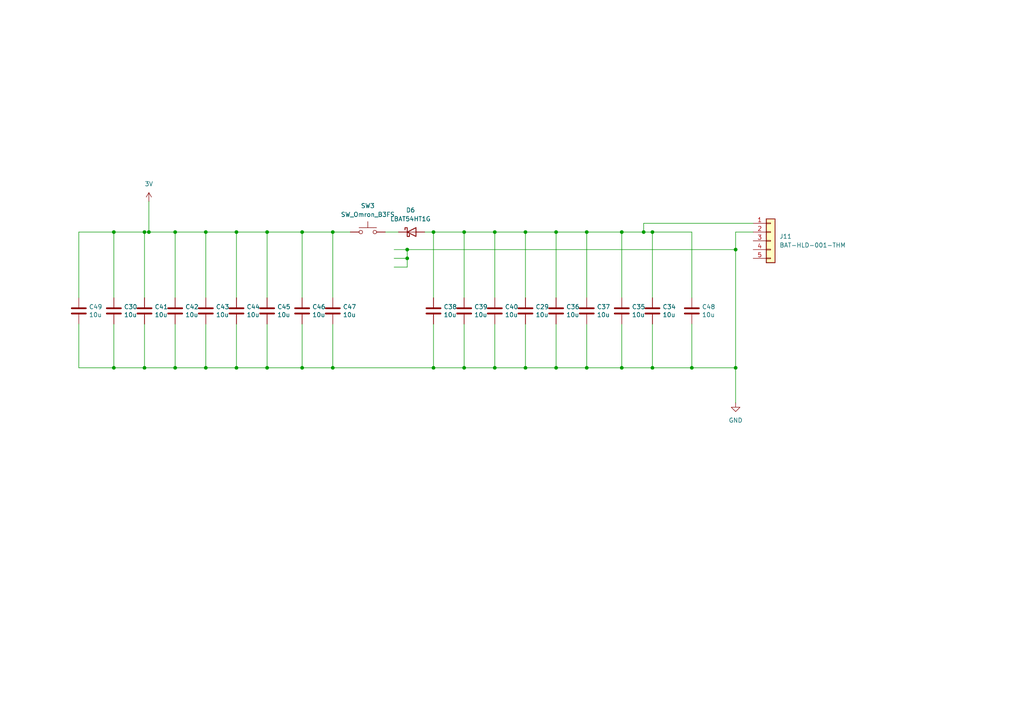
<source format=kicad_sch>
(kicad_sch (version 20231120) (generator "eeschema") (generator_version "8.0")
  (paper "A4")
  (lib_symbols
    (symbol "Connector_Generic:Conn_01x05" (pin_names (offset 1.016) hide)
      (property "Reference" "J" (at 0 7.62 0))
      (property "Value" "Conn_01x05" (at 0 -7.62 0))
      (symbol "Conn_01x05_1_1"
        (rectangle (start -1.27 -4.953) (end 0 -5.207) (stroke (width 0.1524)))
        (rectangle (start -1.27 -2.413) (end 0 -2.667) (stroke (width 0.1524)))
        (rectangle (start -1.27 0.127) (end 0 -0.127) (stroke (width 0.1524)))
        (rectangle (start -1.27 2.667) (end 0 2.413) (stroke (width 0.1524)))
        (rectangle (start -1.27 5.207) (end 0 4.953) (stroke (width 0.1524)))
        (rectangle (start -1.27 6.35) (end 1.27 -6.35) (stroke (width 0.254)) (fill (type background)))
        (pin passive line (at -5.08 5.08 0) (length 3.81) (name "Pin_1") (number "1"))
        (pin passive line (at -5.08 2.54 0) (length 3.81) (name "Pin_2") (number "2"))
        (pin passive line (at -5.08 0 0) (length 3.81) (name "Pin_3") (number "3"))
        (pin passive line (at -5.08 -2.54 0) (length 3.81) (name "Pin_4") (number "4"))
        (pin passive line (at -5.08 -5.08 0) (length 3.81) (name "Pin_5") (number "5"))
      )
    )
    (symbol "Device:C" (pin_numbers hide) (pin_names (offset 0.254))
      (property "Reference" "C" (at 0.635 2.54 0))
      (property "Value" "C" (at 0.635 -2.54 0))
      (symbol "C_0_1"
        (polyline (pts (xy -2.032 -0.762) (xy 2.032 -0.762)) (stroke (width 0.508)))
        (polyline (pts (xy -2.032 0.762) (xy 2.032 0.762)) (stroke (width 0.508)))
      )
      (symbol "C_1_1"
        (pin passive line (at 0 3.81 270) (length 2.794) (name "~") (number "1"))
        (pin passive line (at 0 -3.81 90) (length 2.794) (name "~") (number "2"))
      )
    )
    (symbol "Device:D_Schottky" (pin_numbers hide) (pin_names (offset 1.016) hide)
      (property "Reference" "D" (at 0 2.54 0))
      (property "Value" "D_Schottky" (at 0 -2.54 0))
      (symbol "D_Schottky_0_1"
        (polyline (pts (xy 1.27 0) (xy -1.27 0)))
        (polyline (pts (xy 1.27 1.27) (xy 1.27 -1.27) (xy -1.27 0) (xy 1.27 1.27)) (stroke (width 0.254)))
        (polyline (pts (xy -1.905 0.635) (xy -1.905 1.27) (xy -1.27 1.27) (xy -1.27 -1.27) (xy -0.635 -1.27) (xy -0.635 -0.635)) (stroke (width 0.254)))
      )
      (symbol "D_Schottky_1_1"
        (pin passive line (at -3.81 0 0) (length 2.54) (name "K") (number "1"))
        (pin passive line (at 3.81 0 180) (length 2.54) (name "A") (number "2"))
      )
    )
    (symbol "Switch:SW_Omron_B3FS" (pin_numbers hide) (pin_names (offset 1.016) hide)
      (property "Reference" "SW" (at 1.27 2.54 0))
      (property "Value" "SW_Omron_B3FS" (at 0 -1.524 0))
      (symbol "SW_Omron_B3FS_0_1"
        (circle (center -2.032 0) (radius 0.508))
        (polyline (pts (xy 0 1.27) (xy 0 3.048)))
        (polyline (pts (xy 2.54 1.27) (xy -2.54 1.27)))
        (circle (center 2.032 0) (radius 0.508))
        (pin passive line (at -5.08 0 0) (length 2.54) (name "1") (number "1"))
        (pin passive line (at 5.08 0 180) (length 2.54) (name "2") (number "2"))
      )
    )
    (symbol "power:+3V0" (power) (pin_numbers hide) (pin_names (offset 0) hide)
      (property "Value" "+3V0" (at 0 3.556 0))
      (symbol "+3V0_0_1"
        (polyline (pts (xy -0.762 1.27) (xy 0 2.54)))
        (polyline (pts (xy 0 0) (xy 0 2.54)))
        (polyline (pts (xy 0 2.54) (xy 0.762 1.27)))
      )
      (symbol "+3V0_1_1"
        (pin power_in line (at 0 0 90) (length 0) (name "~") (number "1"))
      )
    )
    (symbol "power:GND" (power) (pin_numbers hide) (pin_names (offset 0) hide)
      (property "Value" "GND" (at 0 -3.81 0))
      (symbol "GND_0_1"
        (polyline (pts (xy 0 0) (xy 0 -1.27) (xy 1.27 -1.27) (xy 0 -2.54) (xy -1.27 -1.27) (xy 0 -1.27)))
      )
      (symbol "GND_1_1"
        (pin power_in line (at 0 0 270) (length 0) (name "~") (number "1"))
      )
    )
  )
  (junction (at 189.23 106.68))
  (junction (at 87.63 106.68))
  (junction (at 43.18 67.31))
  (junction (at 186.69 67.31))
  (junction (at 161.29 106.68))
  (junction (at 68.58 67.31))
  (junction (at 180.34 106.68))
  (junction (at 134.62 67.31))
  (junction (at 118.11 74.93))
  (junction (at 189.23 67.31))
  (junction (at 96.52 67.31))
  (junction (at 213.36 72.39))
  (junction (at 41.91 67.31))
  (junction (at 41.91 106.68))
  (junction (at 143.51 106.68))
  (junction (at 152.4 106.68))
  (junction (at 59.69 67.31))
  (junction (at 33.02 106.68))
  (junction (at 200.66 106.68))
  (junction (at 125.73 67.31))
  (junction (at 96.52 106.68))
  (junction (at 33.02 67.31))
  (junction (at 170.18 106.68))
  (junction (at 77.47 106.68))
  (junction (at 118.11 72.39))
  (junction (at 161.29 67.31))
  (junction (at 170.18 67.31))
  (junction (at 87.63 67.31))
  (junction (at 68.58 106.68))
  (junction (at 180.34 67.31))
  (junction (at 77.47 67.31))
  (junction (at 143.51 67.31))
  (junction (at 50.8 67.31))
  (junction (at 50.8 106.68))
  (junction (at 59.69 106.68))
  (junction (at 134.62 106.68))
  (junction (at 152.4 67.31))
  (junction (at 125.73 106.68))
  (junction (at 213.36 106.68))
  (wire (pts (xy 33.02 106.68) (xy 41.91 106.68)))
  (wire (pts (xy 161.29 93.98) (xy 161.29 106.68)))
  (wire (pts (xy 41.91 67.31) (xy 43.18 67.31)))
  (wire (pts (xy 161.29 106.68) (xy 170.18 106.68)))
  (wire (pts (xy 180.34 67.31) (xy 180.34 86.36)))
  (wire (pts (xy 125.73 67.31) (xy 134.62 67.31)))
  (wire (pts (xy 125.73 93.98) (xy 125.73 106.68)))
  (wire (pts (xy 22.86 93.98) (xy 22.86 106.68)))
  (wire (pts (xy 22.86 67.31) (xy 33.02 67.31)))
  (wire (pts (xy 170.18 67.31) (xy 180.34 67.31)))
  (wire (pts (xy 189.23 67.31) (xy 200.66 67.31)))
  (wire (pts (xy 161.29 67.31) (xy 161.29 86.36)))
  (wire (pts (xy 152.4 106.68) (xy 161.29 106.68)))
  (wire (pts (xy 189.23 106.68) (xy 200.66 106.68)))
  (wire (pts (xy 125.73 67.31) (xy 125.73 86.36)))
  (wire (pts (xy 152.4 67.31) (xy 161.29 67.31)))
  (wire (pts (xy 170.18 93.98) (xy 170.18 106.68)))
  (wire (pts (xy 33.02 93.98) (xy 33.02 106.68)))
  (wire (pts (xy 59.69 67.31) (xy 68.58 67.31)))
  (wire (pts (xy 180.34 106.68) (xy 189.23 106.68)))
  (wire (pts (xy 134.62 106.68) (xy 143.51 106.68)))
  (wire (pts (xy 77.47 67.31) (xy 77.47 86.36)))
  (wire (pts (xy 123.19 67.31) (xy 125.73 67.31)))
  (wire (pts (xy 68.58 106.68) (xy 77.47 106.68)))
  (wire (pts (xy 186.69 64.77) (xy 218.44 64.77)))
  (wire (pts (xy 180.34 67.31) (xy 186.69 67.31)))
  (wire (pts (xy 96.52 106.68) (xy 125.73 106.68)))
  (wire (pts (xy 143.51 93.98) (xy 143.51 106.68)))
  (wire (pts (xy 96.52 86.36) (xy 96.52 67.31)))
  (wire (pts (xy 111.76 67.31) (xy 115.57 67.31)))
  (wire (pts (xy 41.91 93.98) (xy 41.91 106.68)))
  (wire (pts (xy 22.86 86.36) (xy 22.86 67.31)))
  (wire (pts (xy 87.63 67.31) (xy 96.52 67.31)))
  (wire (pts (xy 200.66 106.68) (xy 213.36 106.68)))
  (wire (pts (xy 114.3 74.93) (xy 118.11 74.93)))
  (wire (pts (xy 189.23 67.31) (xy 186.69 67.31)))
  (wire (pts (xy 152.4 93.98) (xy 152.4 106.68)))
  (wire (pts (xy 134.62 93.98) (xy 134.62 106.68)))
  (wire (pts (xy 87.63 93.98) (xy 87.63 106.68)))
  (wire (pts (xy 50.8 67.31) (xy 59.69 67.31)))
  (wire (pts (xy 213.36 106.68) (xy 213.36 116.84)))
  (wire (pts (xy 143.51 106.68) (xy 152.4 106.68)))
  (wire (pts (xy 170.18 67.31) (xy 170.18 86.36)))
  (wire (pts (xy 41.91 86.36) (xy 41.91 67.31)))
  (wire (pts (xy 33.02 67.31) (xy 41.91 67.31)))
  (wire (pts (xy 114.3 72.39) (xy 118.11 72.39)))
  (wire (pts (xy 22.86 106.68) (xy 33.02 106.68)))
  (wire (pts (xy 68.58 67.31) (xy 68.58 86.36)))
  (wire (pts (xy 152.4 67.31) (xy 152.4 86.36)))
  (wire (pts (xy 213.36 67.31) (xy 213.36 72.39)))
  (wire (pts (xy 50.8 93.98) (xy 50.8 106.68)))
  (wire (pts (xy 143.51 67.31) (xy 143.51 86.36)))
  (wire (pts (xy 170.18 106.68) (xy 180.34 106.68)))
  (wire (pts (xy 59.69 93.98) (xy 59.69 106.68)))
  (wire (pts (xy 134.62 86.36) (xy 134.62 67.31)))
  (wire (pts (xy 200.66 93.98) (xy 200.66 106.68)))
  (wire (pts (xy 77.47 106.68) (xy 87.63 106.68)))
  (wire (pts (xy 213.36 72.39) (xy 213.36 106.68)))
  (wire (pts (xy 213.36 67.31) (xy 218.44 67.31)))
  (wire (pts (xy 77.47 67.31) (xy 87.63 67.31)))
  (wire (pts (xy 118.11 74.93) (xy 118.11 72.39)))
  (wire (pts (xy 68.58 67.31) (xy 77.47 67.31)))
  (wire (pts (xy 189.23 86.36) (xy 189.23 67.31)))
  (wire (pts (xy 96.52 67.31) (xy 101.6 67.31)))
  (wire (pts (xy 87.63 67.31) (xy 87.63 86.36)))
  (wire (pts (xy 114.3 77.47) (xy 118.11 77.47)))
  (wire (pts (xy 186.69 64.77) (xy 186.69 67.31)))
  (wire (pts (xy 59.69 106.68) (xy 68.58 106.68)))
  (wire (pts (xy 50.8 106.68) (xy 59.69 106.68)))
  (wire (pts (xy 87.63 106.68) (xy 96.52 106.68)))
  (wire (pts (xy 161.29 67.31) (xy 170.18 67.31)))
  (wire (pts (xy 118.11 77.47) (xy 118.11 74.93)))
  (wire (pts (xy 33.02 67.31) (xy 33.02 86.36)))
  (wire (pts (xy 134.62 67.31) (xy 143.51 67.31)))
  (wire (pts (xy 96.52 93.98) (xy 96.52 106.68)))
  (wire (pts (xy 50.8 67.31) (xy 50.8 86.36)))
  (wire (pts (xy 118.11 72.39) (xy 213.36 72.39)))
  (wire (pts (xy 189.23 93.98) (xy 189.23 106.68)))
  (wire (pts (xy 125.73 106.68) (xy 134.62 106.68)))
  (wire (pts (xy 59.69 67.31) (xy 59.69 86.36)))
  (wire (pts (xy 41.91 106.68) (xy 50.8 106.68)))
  (wire (pts (xy 200.66 86.36) (xy 200.66 67.31)))
  (wire (pts (xy 180.34 93.98) (xy 180.34 106.68)))
  (wire (pts (xy 77.47 93.98) (xy 77.47 106.68)))
  (wire (pts (xy 143.51 67.31) (xy 152.4 67.31)))
  (wire (pts (xy 43.18 67.31) (xy 43.18 58.42)))
  (wire (pts (xy 43.18 67.31) (xy 50.8 67.31)))
  (wire (pts (xy 68.58 93.98) (xy 68.58 106.68)))
  (symbol (lib_id "Device:C") (at 161.29 90.17 0) (unit 1)
    (property "Reference" "C36" (at 164.211 89.0016 0) (effects (justify left)))
    (property "Value" "10u" (at 164.211 91.313 0) (effects (justify left)))
    (property "Footprint" "Capacitor_SMD:C_0402_1005Metric" (effects (hide yes)))
    (property "MPN" "C23733" (effects (hide yes)))
  )
  (symbol (lib_id "Device:C") (at 180.34 90.17 0) (unit 1)
    (property "Reference" "C35" (at 183.261 89.0016 0) (effects (justify left)))
    (property "Value" "10u" (at 183.261 91.313 0) (effects (justify left)))
    (property "Footprint" "Capacitor_SMD:C_0402_1005Metric" (effects (hide yes)))
    (property "MPN" "C23733" (effects (hide yes)))
  )
  (symbol (lib_id "Device:C") (at 125.73 90.17 0) (unit 1)
    (property "Reference" "C38" (at 128.651 89.0016 0) (effects (justify left)))
    (property "Value" "10u" (at 128.651 91.313 0) (effects (justify left)))
    (property "Footprint" "Capacitor_SMD:C_0402_1005Metric" (effects (hide yes)))
    (property "MPN" "C23733" (effects (hide yes)))
  )
  (symbol (lib_id "power:+3V0") (at 43.18 58.42 0) (unit 1)
    (property "Reference" "#PWR032" (effects (hide yes)))
    (property "Value" "3V" (at 43.18 53.34 0))
    (property "Description" "Power symbol creates a global label with name \"+3V0\"" (effects (hide yes)))
  )
  (symbol (lib_id "Device:C") (at 87.63 90.17 0) (unit 1)
    (property "Reference" "C46" (at 90.551 89.0016 0) (effects (justify left)))
    (property "Value" "10u" (at 90.551 91.313 0) (effects (justify left)))
    (property "Footprint" "Capacitor_SMD:C_0402_1005Metric" (effects (hide yes)))
    (property "MPN" "C23733" (effects (hide yes)))
  )
  (symbol (lib_id "Device:C") (at 170.18 90.17 0) (unit 1)
    (property "Reference" "C37" (at 173.101 89.0016 0) (effects (justify left)))
    (property "Value" "10u" (at 173.101 91.313 0) (effects (justify left)))
    (property "Footprint" "Capacitor_SMD:C_0402_1005Metric" (effects (hide yes)))
    (property "MPN" "C23733" (effects (hide yes)))
  )
  (symbol (lib_id "Device:C") (at 143.51 90.17 0) (unit 1)
    (property "Reference" "C40" (at 146.431 89.0016 0) (effects (justify left)))
    (property "Value" "10u" (at 146.431 91.313 0) (effects (justify left)))
    (property "Footprint" "Capacitor_SMD:C_0402_1005Metric" (effects (hide yes)))
    (property "MPN" "C23733" (effects (hide yes)))
  )
  (symbol (lib_id "Device:C") (at 41.91 90.17 0) (unit 1)
    (property "Reference" "C41" (at 44.831 89.0016 0) (effects (justify left)))
    (property "Value" "10u" (at 44.831 91.313 0) (effects (justify left)))
    (property "Footprint" "Capacitor_SMD:C_0402_1005Metric" (effects (hide yes)))
    (property "MPN" "C23733" (effects (hide yes)))
  )
  (symbol (lib_id "Device:C") (at 96.52 90.17 0) (unit 1)
    (property "Reference" "C47" (at 99.441 89.0016 0) (effects (justify left)))
    (property "Value" "10u" (at 99.441 91.313 0) (effects (justify left)))
    (property "Footprint" "Capacitor_SMD:C_0402_1005Metric" (effects (hide yes)))
    (property "MPN" "C23733" (effects (hide yes)))
  )
  (symbol (lib_id "Connector_Generic:Conn_01x05") (at 223.52 69.85 0) (unit 1)
    (property "Reference" "J11" (at 226.06 68.5799 0) (effects (justify left)))
    (property "Value" "BAT-HLD-001-THM" (at 226.06 71.1199 0) (effects (justify left)))
    (property "Footprint" "Battery:BatteryHolder_Multicomp_BC-2001_1x2032" (effects (hide yes)))
    (property "Description" "Generic connector, single row, 01x05, script generated (kicad-library-utils/schlib/autogen/connector/)" (effects (hide yes)))
    (property "MPN" "C70373" (effects (hide yes)))
  )
  (symbol (lib_id "Device:C") (at 200.66 90.17 0) (unit 1)
    (property "Reference" "C48" (at 203.581 89.0016 0) (effects (justify left)))
    (property "Value" "10u" (at 203.581 91.313 0) (effects (justify left)))
    (property "Footprint" "Capacitor_SMD:C_0402_1005Metric" (effects (hide yes)))
    (property "MPN" "C23733" (effects (hide yes)))
  )
  (symbol (lib_id "Device:D_Schottky") (at 119.38 67.31 0) (unit 1)
    (property "Reference" "D6" (at 119.0625 60.96 0))
    (property "Value" "LBAT54HT1G" (at 119.0625 63.5 0))
    (property "Footprint" "Diode_SMD:D_SOD-323" (effects (hide yes)))
    (property "Description" "Schottky diode" (effects (hide yes)))
    (property "MPN" " C191023" (effects (hide yes)))
  )
  (symbol (lib_id "Switch:SW_Omron_B3FS") (at 106.68 67.31 0) (unit 1)
    (property "Reference" "SW3" (at 106.68 59.69 0))
    (property "Value" "SW_Omron_B3FS" (at 106.68 62.23 0))
    (property "Footprint" "Button_Switch_SMD:SW_SPST_Omron_B3FS-100xP" (effects (hide yes)))
    (property "Datasheet" "https://omronfs.omron.com/en_US/ecb/products/pdf/en-b3fs.pdf" (effects (hide yes)))
    (property "Description" "Omron B3FS 6x6mm single pole normally-open tactile switch" (effects (hide yes)))
    (property "MPN" "C5127964" (effects (hide yes)))
  )
  (symbol (lib_id "Device:C") (at 59.69 90.17 0) (unit 1)
    (property "Reference" "C43" (at 62.611 89.0016 0) (effects (justify left)))
    (property "Value" "10u" (at 62.611 91.313 0) (effects (justify left)))
    (property "Footprint" "Capacitor_SMD:C_0402_1005Metric" (effects (hide yes)))
    (property "MPN" "C23733" (effects (hide yes)))
  )
  (symbol (lib_id "Device:C") (at 33.02 90.17 0) (unit 1)
    (property "Reference" "C30" (at 35.941 89.0016 0) (effects (justify left)))
    (property "Value" "10u" (at 35.941 91.313 0) (effects (justify left)))
    (property "Footprint" "Capacitor_SMD:C_0402_1005Metric" (effects (hide yes)))
    (property "MPN" "C23733" (effects (hide yes)))
  )
  (symbol (lib_id "Device:C") (at 152.4 90.17 0) (unit 1)
    (property "Reference" "C29" (at 155.321 89.0016 0) (effects (justify left)))
    (property "Value" "10u" (at 155.321 91.313 0) (effects (justify left)))
    (property "Footprint" "Capacitor_SMD:C_0402_1005Metric" (effects (hide yes)))
    (property "MPN" "C23733" (effects (hide yes)))
  )
  (symbol (lib_id "Device:C") (at 68.58 90.17 0) (unit 1)
    (property "Reference" "C44" (at 71.501 89.0016 0) (effects (justify left)))
    (property "Value" "10u" (at 71.501 91.313 0) (effects (justify left)))
    (property "Footprint" "Capacitor_SMD:C_0402_1005Metric" (effects (hide yes)))
    (property "MPN" "C23733" (effects (hide yes)))
  )
  (symbol (lib_id "Device:C") (at 50.8 90.17 0) (unit 1)
    (property "Reference" "C42" (at 53.721 89.0016 0) (effects (justify left)))
    (property "Value" "10u" (at 53.721 91.313 0) (effects (justify left)))
    (property "Footprint" "Capacitor_SMD:C_0402_1005Metric" (effects (hide yes)))
    (property "MPN" "C23733" (effects (hide yes)))
  )
  (symbol (lib_id "Device:C") (at 22.86 90.17 0) (unit 1)
    (property "Reference" "C49" (at 25.781 89.0016 0) (effects (justify left)))
    (property "Value" "10u" (at 25.781 91.313 0) (effects (justify left)))
    (property "Footprint" "Capacitor_SMD:C_0402_1005Metric" (effects (hide yes)))
    (property "MPN" "C23733" (effects (hide yes)))
  )
  (symbol (lib_id "Device:C") (at 189.23 90.17 0) (unit 1)
    (property "Reference" "C34" (at 192.151 89.0016 0) (effects (justify left)))
    (property "Value" "10u" (at 192.151 91.313 0) (effects (justify left)))
    (property "Footprint" "Capacitor_SMD:C_0402_1005Metric" (effects (hide yes)))
    (property "MPN" "C23733" (effects (hide yes)))
  )
  (symbol (lib_id "Device:C") (at 134.62 90.17 0) (unit 1)
    (property "Reference" "C39" (at 137.541 89.0016 0) (effects (justify left)))
    (property "Value" "10u" (at 137.541 91.313 0) (effects (justify left)))
    (property "Footprint" "Capacitor_SMD:C_0402_1005Metric" (effects (hide yes)))
    (property "MPN" "C23733" (effects (hide yes)))
  )
  (symbol (lib_id "Device:C") (at 77.47 90.17 0) (unit 1)
    (property "Reference" "C45" (at 80.391 89.0016 0) (effects (justify left)))
    (property "Value" "10u" (at 80.391 91.313 0) (effects (justify left)))
    (property "Footprint" "Capacitor_SMD:C_0402_1005Metric" (effects (hide yes)))
    (property "MPN" "C23733" (effects (hide yes)))
  )
  (symbol (lib_id "power:GND") (at 213.36 116.84 0) (unit 1)
    (property "Reference" "#PWR033" (effects (hide yes)))
    (property "Value" "GND" (at 213.36 121.92 0))
    (property "Description" "Power symbol creates a global label with name \"GND\" , ground" (effects (hide yes)))
  )
)
</source>
